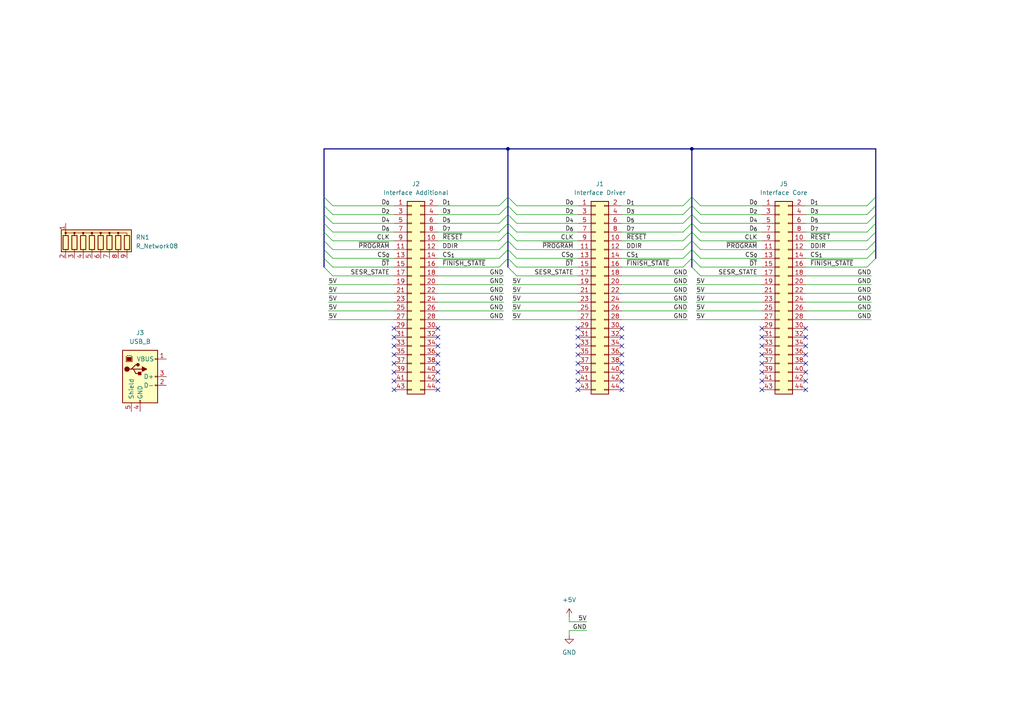
<source format=kicad_sch>
(kicad_sch (version 20250114) (generator "eeschema") (generator_version "9.0")
  (paper "A4")
  (lib_symbols
    (symbol "Connector:USB_B" (pin_names (offset 1.016))
      (property "Reference" "J" (at -5.08 11.43 0))
      (property "Value" "USB_B" (at -5.08 8.89 0))
      (symbol "USB_B_0_1"
        (rectangle (start -5.08 -7.62) (end 5.08 7.62) (stroke (width 0.254)) (fill (type background)))
        (polyline (pts (xy -4.064 4.318) (xy -2.286 4.318) (xy -2.286 5.715) (xy -2.667 6.096) (xy -3.683 6.096) (xy -4.064 5.715) (xy -4.064 4.318)))
        (rectangle (start -3.81 5.588) (end -2.54 4.572) (fill (type outline)))
        (circle (center -3.81 2.159) (radius 0.635) (stroke (width 0.254)) (fill (type outline)))
        (polyline (pts (xy -3.175 2.159) (xy -2.54 2.159) (xy -1.27 3.429) (xy -0.635 3.429)) (stroke (width 0.254)))
        (polyline (pts (xy -2.54 2.159) (xy -1.905 2.159) (xy -1.27 0.889) (xy 0 0.889)) (stroke (width 0.254)))
        (polyline (pts (xy -1.905 2.159) (xy 0.635 2.159)) (stroke (width 0.254)))
        (circle (center -0.635 3.429) (radius 0.381) (stroke (width 0.254)) (fill (type outline)))
        (rectangle (start -0.127 -7.62) (end 0.127 -6.858))
        (rectangle (start 0.254 1.27) (end -0.508 0.508) (stroke (width 0.254)) (fill (type outline)))
        (polyline (pts (xy 0.635 2.794) (xy 0.635 1.524) (xy 1.905 2.159) (xy 0.635 2.794)) (stroke (width 0.254)) (fill (type outline)))
        (rectangle (start 5.08 4.953) (end 4.318 5.207))
        (rectangle (start 5.08 -0.127) (end 4.318 0.127))
        (rectangle (start 5.08 -2.667) (end 4.318 -2.413))
      )
      (symbol "USB_B_1_1"
        (pin passive line (at -2.54 -10.16 90) (length 2.54) (name "Shield") (number "5"))
        (pin power_out line (at 0 -10.16 90) (length 2.54) (name "GND") (number "4"))
        (pin power_out line (at 7.62 5.08 180) (length 2.54) (name "VBUS") (number "1"))
        (pin bidirectional line (at 7.62 0 180) (length 2.54) (name "D+") (number "3"))
        (pin bidirectional line (at 7.62 -2.54 180) (length 2.54) (name "D-") (number "2"))
      )
    )
    (symbol "Connector_Generic:Conn_02x22_Odd_Even" (pin_names (offset 1.016) (hide yes))
      (property "Reference" "J" (at 1.27 27.94 0))
      (property "Value" "Conn_02x22_Odd_Even" (at 1.27 -30.48 0))
      (symbol "Conn_02x22_Odd_Even_1_1"
        (rectangle (start -1.27 26.67) (end 3.81 -29.21) (stroke (width 0.254)) (fill (type background)))
        (rectangle (start -1.27 25.527) (end 0 25.273) (stroke (width 0.1524)))
        (rectangle (start -1.27 22.987) (end 0 22.733) (stroke (width 0.1524)))
        (rectangle (start -1.27 20.447) (end 0 20.193) (stroke (width 0.1524)))
        (rectangle (start -1.27 17.907) (end 0 17.653) (stroke (width 0.1524)))
        (rectangle (start -1.27 15.367) (end 0 15.113) (stroke (width 0.1524)))
        (rectangle (start -1.27 12.827) (end 0 12.573) (stroke (width 0.1524)))
        (rectangle (start -1.27 10.287) (end 0 10.033) (stroke (width 0.1524)))
        (rectangle (start -1.27 7.747) (end 0 7.493) (stroke (width 0.1524)))
        (rectangle (start -1.27 5.207) (end 0 4.953) (stroke (width 0.1524)))
        (rectangle (start -1.27 2.667) (end 0 2.413) (stroke (width 0.1524)))
        (rectangle (start -1.27 0.127) (end 0 -0.127) (stroke (width 0.1524)))
        (rectangle (start -1.27 -2.413) (end 0 -2.667) (stroke (width 0.1524)))
        (rectangle (start -1.27 -4.953) (end 0 -5.207) (stroke (width 0.1524)))
        (rectangle (start -1.27 -7.493) (end 0 -7.747) (stroke (width 0.1524)))
        (rectangle (start -1.27 -10.033) (end 0 -10.287) (stroke (width 0.1524)))
        (rectangle (start -1.27 -12.573) (end 0 -12.827) (stroke (width 0.1524)))
        (rectangle (start -1.27 -15.113) (end 0 -15.367) (stroke (width 0.1524)))
        (rectangle (start -1.27 -17.653) (end 0 -17.907) (stroke (width 0.1524)))
        (rectangle (start -1.27 -20.193) (end 0 -20.447) (stroke (width 0.1524)))
        (rectangle (start -1.27 -22.733) (end 0 -22.987) (stroke (width 0.1524)))
        (rectangle (start -1.27 -25.273) (end 0 -25.527) (stroke (width 0.1524)))
        (rectangle (start -1.27 -27.813) (end 0 -28.067) (stroke (width 0.1524)))
        (rectangle (start 3.81 25.527) (end 2.54 25.273) (stroke (width 0.1524)))
        (rectangle (start 3.81 22.987) (end 2.54 22.733) (stroke (width 0.1524)))
        (rectangle (start 3.81 20.447) (end 2.54 20.193) (stroke (width 0.1524)))
        (rectangle (start 3.81 17.907) (end 2.54 17.653) (stroke (width 0.1524)))
        (rectangle (start 3.81 15.367) (end 2.54 15.113) (stroke (width 0.1524)))
        (rectangle (start 3.81 12.827) (end 2.54 12.573) (stroke (width 0.1524)))
        (rectangle (start 3.81 10.287) (end 2.54 10.033) (stroke (width 0.1524)))
        (rectangle (start 3.81 7.747) (end 2.54 7.493) (stroke (width 0.1524)))
        (rectangle (start 3.81 5.207) (end 2.54 4.953) (stroke (width 0.1524)))
        (rectangle (start 3.81 2.667) (end 2.54 2.413) (stroke (width 0.1524)))
        (rectangle (start 3.81 0.127) (end 2.54 -0.127) (stroke (width 0.1524)))
        (rectangle (start 3.81 -2.413) (end 2.54 -2.667) (stroke (width 0.1524)))
        (rectangle (start 3.81 -4.953) (end 2.54 -5.207) (stroke (width 0.1524)))
        (rectangle (start 3.81 -7.493) (end 2.54 -7.747) (stroke (width 0.1524)))
        (rectangle (start 3.81 -10.033) (end 2.54 -10.287) (stroke (width 0.1524)))
        (rectangle (start 3.81 -12.573) (end 2.54 -12.827) (stroke (width 0.1524)))
        (rectangle (start 3.81 -15.113) (end 2.54 -15.367) (stroke (width 0.1524)))
        (rectangle (start 3.81 -17.653) (end 2.54 -17.907) (stroke (width 0.1524)))
        (rectangle (start 3.81 -20.193) (end 2.54 -20.447) (stroke (width 0.1524)))
        (rectangle (start 3.81 -22.733) (end 2.54 -22.987) (stroke (width 0.1524)))
        (rectangle (start 3.81 -25.273) (end 2.54 -25.527) (stroke (width 0.1524)))
        (rectangle (start 3.81 -27.813) (end 2.54 -28.067) (stroke (width 0.1524)))
        (pin passive line (at -5.08 25.4 0) (length 3.81) (name "Pin_1") (number "1"))
        (pin passive line (at -5.08 22.86 0) (length 3.81) (name "Pin_3") (number "3"))
        (pin passive line (at -5.08 20.32 0) (length 3.81) (name "Pin_5") (number "5"))
        (pin passive line (at -5.08 17.78 0) (length 3.81) (name "Pin_7") (number "7"))
        (pin passive line (at -5.08 15.24 0) (length 3.81) (name "Pin_9") (number "9"))
        (pin passive line (at -5.08 12.7 0) (length 3.81) (name "Pin_11") (number "11"))
        (pin passive line (at -5.08 10.16 0) (length 3.81) (name "Pin_13") (number "13"))
        (pin passive line (at -5.08 7.62 0) (length 3.81) (name "Pin_15") (number "15"))
        (pin passive line (at -5.08 5.08 0) (length 3.81) (name "Pin_17") (number "17"))
        (pin passive line (at -5.08 2.54 0) (length 3.81) (name "Pin_19") (number "19"))
        (pin passive line (at -5.08 0 0) (length 3.81) (name "Pin_21") (number "21"))
        (pin passive line (at -5.08 -2.54 0) (length 3.81) (name "Pin_23") (number "23"))
        (pin passive line (at -5.08 -5.08 0) (length 3.81) (name "Pin_25") (number "25"))
        (pin passive line (at -5.08 -7.62 0) (length 3.81) (name "Pin_27") (number "27"))
        (pin passive line (at -5.08 -10.16 0) (length 3.81) (name "Pin_29") (number "29"))
        (pin passive line (at -5.08 -12.7 0) (length 3.81) (name "Pin_31") (number "31"))
        (pin passive line (at -5.08 -15.24 0) (length 3.81) (name "Pin_33") (number "33"))
        (pin passive line (at -5.08 -17.78 0) (length 3.81) (name "Pin_35") (number "35"))
        (pin passive line (at -5.08 -20.32 0) (length 3.81) (name "Pin_37") (number "37"))
        (pin passive line (at -5.08 -22.86 0) (length 3.81) (name "Pin_39") (number "39"))
        (pin passive line (at -5.08 -25.4 0) (length 3.81) (name "Pin_41") (number "41"))
        (pin passive line (at -5.08 -27.94 0) (length 3.81) (name "Pin_43") (number "43"))
        (pin passive line (at 7.62 25.4 180) (length 3.81) (name "Pin_2") (number "2"))
        (pin passive line (at 7.62 22.86 180) (length 3.81) (name "Pin_4") (number "4"))
        (pin passive line (at 7.62 20.32 180) (length 3.81) (name "Pin_6") (number "6"))
        (pin passive line (at 7.62 17.78 180) (length 3.81) (name "Pin_8") (number "8"))
        (pin passive line (at 7.62 15.24 180) (length 3.81) (name "Pin_10") (number "10"))
        (pin passive line (at 7.62 12.7 180) (length 3.81) (name "Pin_12") (number "12"))
        (pin passive line (at 7.62 10.16 180) (length 3.81) (name "Pin_14") (number "14"))
        (pin passive line (at 7.62 7.62 180) (length 3.81) (name "Pin_16") (number "16"))
        (pin passive line (at 7.62 5.08 180) (length 3.81) (name "Pin_18") (number "18"))
        (pin passive line (at 7.62 2.54 180) (length 3.81) (name "Pin_20") (number "20"))
        (pin passive line (at 7.62 0 180) (length 3.81) (name "Pin_22") (number "22"))
        (pin passive line (at 7.62 -2.54 180) (length 3.81) (name "Pin_24") (number "24"))
        (pin passive line (at 7.62 -5.08 180) (length 3.81) (name "Pin_26") (number "26"))
        (pin passive line (at 7.62 -7.62 180) (length 3.81) (name "Pin_28") (number "28"))
        (pin passive line (at 7.62 -10.16 180) (length 3.81) (name "Pin_30") (number "30"))
        (pin passive line (at 7.62 -12.7 180) (length 3.81) (name "Pin_32") (number "32"))
        (pin passive line (at 7.62 -15.24 180) (length 3.81) (name "Pin_34") (number "34"))
        (pin passive line (at 7.62 -17.78 180) (length 3.81) (name "Pin_36") (number "36"))
        (pin passive line (at 7.62 -20.32 180) (length 3.81) (name "Pin_38") (number "38"))
        (pin passive line (at 7.62 -22.86 180) (length 3.81) (name "Pin_40") (number "40"))
        (pin passive line (at 7.62 -25.4 180) (length 3.81) (name "Pin_42") (number "42"))
        (pin passive line (at 7.62 -27.94 180) (length 3.81) (name "Pin_44") (number "44"))
      )
    )
    (symbol "Device:R_Network08" (pin_names (offset 0) (hide yes))
      (property "Reference" "RN" (at -12.7 0 90))
      (property "Value" "R_Network08" (at 10.16 0 90))
      (symbol "R_Network08_0_1"
        (rectangle (start -11.43 -3.175) (end 8.89 3.175) (stroke (width 0.254)) (fill (type background)))
        (rectangle (start -10.922 1.524) (end -9.398 -2.54) (stroke (width 0.254)))
        (circle (center -10.16 2.286) (radius 0.254) (fill (type outline)))
        (polyline (pts (xy -10.16 1.524) (xy -10.16 2.286) (xy -7.62 2.286) (xy -7.62 1.524)))
        (polyline (pts (xy -10.16 -2.54) (xy -10.16 -3.81)))
        (rectangle (start -8.382 1.524) (end -6.858 -2.54) (stroke (width 0.254)))
        (circle (center -7.62 2.286) (radius 0.254) (fill (type outline)))
        (polyline (pts (xy -7.62 1.524) (xy -7.62 2.286) (xy -5.08 2.286) (xy -5.08 1.524)))
        (polyline (pts (xy -7.62 -2.54) (xy -7.62 -3.81)))
        (rectangle (start -5.842 1.524) (end -4.318 -2.54) (stroke (width 0.254)))
        (circle (center -5.08 2.286) (radius 0.254) (fill (type outline)))
        (polyline (pts (xy -5.08 1.524) (xy -5.08 2.286) (xy -2.54 2.286) (xy -2.54 1.524)))
        (polyline (pts (xy -5.08 -2.54) (xy -5.08 -3.81)))
        (rectangle (start -3.302 1.524) (end -1.778 -2.54) (stroke (width 0.254)))
        (circle (center -2.54 2.286) (radius 0.254) (fill (type outline)))
        (polyline (pts (xy -2.54 1.524) (xy -2.54 2.286) (xy 0 2.286) (xy 0 1.524)))
        (polyline (pts (xy -2.54 -2.54) (xy -2.54 -3.81)))
        (rectangle (start -0.762 1.524) (end 0.762 -2.54) (stroke (width 0.254)))
        (circle (center 0 2.286) (radius 0.254) (fill (type outline)))
        (polyline (pts (xy 0 1.524) (xy 0 2.286) (xy 2.54 2.286) (xy 2.54 1.524)))
        (polyline (pts (xy 0 -2.54) (xy 0 -3.81)))
        (rectangle (start 1.778 1.524) (end 3.302 -2.54) (stroke (width 0.254)))
        (circle (center 2.54 2.286) (radius 0.254) (fill (type outline)))
        (polyline (pts (xy 2.54 1.524) (xy 2.54 2.286) (xy 5.08 2.286) (xy 5.08 1.524)))
        (polyline (pts (xy 2.54 -2.54) (xy 2.54 -3.81)))
        (rectangle (start 4.318 1.524) (end 5.842 -2.54) (stroke (width 0.254)))
        (circle (center 5.08 2.286) (radius 0.254) (fill (type outline)))
        (polyline (pts (xy 5.08 1.524) (xy 5.08 2.286) (xy 7.62 2.286) (xy 7.62 1.524)))
        (polyline (pts (xy 5.08 -2.54) (xy 5.08 -3.81)))
        (rectangle (start 6.858 1.524) (end 8.382 -2.54) (stroke (width 0.254)))
        (polyline (pts (xy 7.62 -2.54) (xy 7.62 -3.81)))
      )
      (symbol "R_Network08_1_1"
        (pin passive line (at -10.16 5.08 270) (length 2.54) (name "common") (number "1"))
        (pin passive line (at -10.16 -5.08 90) (length 1.27) (name "R1") (number "2"))
        (pin passive line (at -7.62 -5.08 90) (length 1.27) (name "R2") (number "3"))
        (pin passive line (at -5.08 -5.08 90) (length 1.27) (name "R3") (number "4"))
        (pin passive line (at -2.54 -5.08 90) (length 1.27) (name "R4") (number "5"))
        (pin passive line (at 0 -5.08 90) (length 1.27) (name "R5") (number "6"))
        (pin passive line (at 2.54 -5.08 90) (length 1.27) (name "R6") (number "7"))
        (pin passive line (at 5.08 -5.08 90) (length 1.27) (name "R7") (number "8"))
        (pin passive line (at 7.62 -5.08 90) (length 1.27) (name "R8") (number "9"))
      )
    )
    (symbol "power:+5V" (power) (pin_numbers (hide yes)) (pin_names (offset 0) (hide yes))
      (property "Value" "+5V" (at 0 3.556 0))
      (symbol "+5V_0_1"
        (polyline (pts (xy -0.762 1.27) (xy 0 2.54)))
        (polyline (pts (xy 0 2.54) (xy 0.762 1.27)))
        (polyline (pts (xy 0 0) (xy 0 2.54)))
      )
      (symbol "+5V_1_1"
        (pin power_in line (at 0 0 90) (length 0) (name "~") (number "1"))
      )
    )
    (symbol "power:GND" (power) (pin_numbers (hide yes)) (pin_names (offset 0) (hide yes))
      (property "Value" "GND" (at 0 -3.81 0))
      (symbol "GND_0_1"
        (polyline (pts (xy 0 0) (xy 0 -1.27) (xy 1.27 -1.27) (xy 0 -2.54) (xy -1.27 -1.27) (xy 0 -1.27)))
      )
      (symbol "GND_1_1"
        (pin power_in line (at 0 0 270) (length 0) (name "~") (number "1"))
      )
    )
  )
  (junction (at 200.66 43.18))
  (junction (at 147.32 43.18))
  (no_connect (at 167.64 113.03))
  (no_connect (at 167.64 100.33))
  (no_connect (at 220.98 105.41))
  (no_connect (at 180.34 105.41))
  (no_connect (at 233.68 95.25))
  (no_connect (at 180.34 100.33))
  (no_connect (at 220.98 107.95))
  (no_connect (at 220.98 97.79))
  (no_connect (at 233.68 110.49))
  (no_connect (at 127 113.03))
  (no_connect (at 233.68 100.33))
  (no_connect (at 167.64 102.87))
  (no_connect (at 180.34 107.95))
  (no_connect (at 233.68 97.79))
  (no_connect (at 233.68 105.41))
  (no_connect (at 127 100.33))
  (no_connect (at 220.98 110.49))
  (no_connect (at 114.3 100.33))
  (no_connect (at 114.3 97.79))
  (no_connect (at 180.34 95.25))
  (no_connect (at 233.68 102.87))
  (no_connect (at 167.64 107.95))
  (no_connect (at 114.3 107.95))
  (no_connect (at 127 97.79))
  (no_connect (at 114.3 102.87))
  (no_connect (at 114.3 113.03))
  (no_connect (at 180.34 102.87))
  (no_connect (at 114.3 105.41))
  (no_connect (at 180.34 113.03))
  (no_connect (at 127 102.87))
  (no_connect (at 127 110.49))
  (no_connect (at 220.98 113.03))
  (no_connect (at 220.98 102.87))
  (no_connect (at 233.68 113.03))
  (no_connect (at 220.98 100.33))
  (no_connect (at 180.34 97.79))
  (no_connect (at 167.64 95.25))
  (no_connect (at 233.68 107.95))
  (no_connect (at 167.64 97.79))
  (no_connect (at 167.64 105.41))
  (no_connect (at 114.3 95.25))
  (no_connect (at 127 107.95))
  (no_connect (at 127 95.25))
  (no_connect (at 220.98 95.25))
  (no_connect (at 114.3 110.49))
  (no_connect (at 167.64 110.49))
  (no_connect (at 127 105.41))
  (no_connect (at 180.34 110.49))
  (bus_entry (at 254 62.23) (size -2.54 2.54))
  (bus_entry (at 200.66 72.39) (size -2.54 2.54))
  (bus_entry (at 147.32 64.77) (size 2.54 2.54))
  (bus_entry (at 93.98 62.23) (size 2.54 2.54))
  (bus_entry (at 93.98 69.85) (size 2.54 2.54))
  (bus_entry (at 254 72.39) (size -2.54 2.54))
  (bus_entry (at 254 69.85) (size -2.54 2.54))
  (bus_entry (at 200.66 67.31) (size 2.54 2.54))
  (bus_entry (at 147.32 67.31) (size -2.54 2.54))
  (bus_entry (at 93.98 57.15) (size 2.54 2.54))
  (bus_entry (at 200.66 69.85) (size -2.54 2.54))
  (bus_entry (at 200.66 62.23) (size -2.54 2.54))
  (bus_entry (at 147.32 72.39) (size 2.54 2.54))
  (bus_entry (at 147.32 59.69) (size -2.54 2.54))
  (bus_entry (at 200.66 74.93) (size 2.54 2.54))
  (bus_entry (at 200.66 59.69) (size -2.54 2.54))
  (bus_entry (at 200.66 77.47) (size 2.54 2.54))
  (bus_entry (at 93.98 74.93) (size 2.54 2.54))
  (bus_entry (at 93.98 64.77) (size 2.54 2.54))
  (bus_entry (at 93.98 72.39) (size 2.54 2.54))
  (bus_entry (at 93.98 59.69) (size 2.54 2.54))
  (bus_entry (at 147.32 74.93) (size 2.54 2.54))
  (bus_entry (at 147.32 64.77) (size -2.54 2.54))
  (bus_entry (at 200.66 64.77) (size 2.54 2.54))
  (bus_entry (at 200.66 57.15) (size -2.54 2.54))
  (bus_entry (at 254 67.31) (size -2.54 2.54))
  (bus_entry (at 93.98 67.31) (size 2.54 2.54))
  (bus_entry (at 93.98 77.47) (size 2.54 2.54))
  (bus_entry (at 147.32 62.23) (size 2.54 2.54))
  (bus_entry (at 147.32 62.23) (size -2.54 2.54))
  (bus_entry (at 147.32 57.15) (size -2.54 2.54))
  (bus_entry (at 147.32 57.15) (size 2.54 2.54))
  (bus_entry (at 200.66 69.85) (size 2.54 2.54))
  (bus_entry (at 200.66 62.23) (size 2.54 2.54))
  (bus_entry (at 254 57.15) (size -2.54 2.54))
  (bus_entry (at 200.66 74.93) (size -2.54 2.54))
  (bus_entry (at 200.66 57.15) (size 2.54 2.54))
  (bus_entry (at 200.66 64.77) (size -2.54 2.54))
  (bus_entry (at 147.32 59.69) (size 2.54 2.54))
  (bus_entry (at 147.32 69.85) (size -2.54 2.54))
  (bus_entry (at 147.32 67.31) (size 2.54 2.54))
  (bus_entry (at 254 64.77) (size -2.54 2.54))
  (bus_entry (at 254 74.93) (size -2.54 2.54))
  (bus_entry (at 147.32 69.85) (size 2.54 2.54))
  (bus_entry (at 200.66 72.39) (size 2.54 2.54))
  (bus_entry (at 200.66 59.69) (size 2.54 2.54))
  (bus_entry (at 254 59.69) (size -2.54 2.54))
  (bus_entry (at 147.32 77.47) (size 2.54 2.54))
  (bus_entry (at 147.32 74.93) (size -2.54 2.54))
  (bus_entry (at 147.32 72.39) (size -2.54 2.54))
  (bus_entry (at 200.66 67.31) (size -2.54 2.54))
  (wire (pts (xy 144.78 62.23) (xy 127 62.23)))
  (wire (pts (xy 199.39 85.09) (xy 180.34 85.09)))
  (wire (pts (xy 95.25 82.55) (xy 114.3 82.55)))
  (wire (pts (xy 251.46 59.69) (xy 233.68 59.69)))
  (wire (pts (xy 252.73 85.09) (xy 233.68 85.09)))
  (bus (pts (xy 93.98 57.15) (xy 93.98 59.69)))
  (wire (pts (xy 203.2 77.47) (xy 220.98 77.47)))
  (bus (pts (xy 147.32 72.39) (xy 147.32 74.93)))
  (bus (pts (xy 200.66 69.85) (xy 200.66 72.39)))
  (wire (pts (xy 233.68 74.93) (xy 251.46 74.93)))
  (wire (pts (xy 96.52 64.77) (xy 114.3 64.77)))
  (wire (pts (xy 96.52 62.23) (xy 114.3 62.23)))
  (bus (pts (xy 93.98 67.31) (xy 93.98 69.85)))
  (wire (pts (xy 201.93 85.09) (xy 220.98 85.09)))
  (bus (pts (xy 200.66 43.18) (xy 147.32 43.18)))
  (wire (pts (xy 203.2 69.85) (xy 220.98 69.85)))
  (wire (pts (xy 198.12 62.23) (xy 180.34 62.23)))
  (bus (pts (xy 93.98 72.39) (xy 93.98 74.93)))
  (wire (pts (xy 251.46 64.77) (xy 233.68 64.77)))
  (bus (pts (xy 200.66 67.31) (xy 200.66 69.85)))
  (bus (pts (xy 200.66 64.77) (xy 200.66 67.31)))
  (wire (pts (xy 198.12 64.77) (xy 180.34 64.77)))
  (bus (pts (xy 147.32 43.18) (xy 147.32 57.15)))
  (wire (pts (xy 198.12 59.69) (xy 180.34 59.69)))
  (bus (pts (xy 200.66 57.15) (xy 200.66 59.69)))
  (bus (pts (xy 147.32 64.77) (xy 147.32 67.31)))
  (wire (pts (xy 251.46 62.23) (xy 233.68 62.23)))
  (bus (pts (xy 254 57.15) (xy 254 43.18)))
  (wire (pts (xy 146.05 92.71) (xy 127 92.71)))
  (bus (pts (xy 147.32 43.18) (xy 93.98 43.18)))
  (wire (pts (xy 252.73 90.17) (xy 233.68 90.17)))
  (bus (pts (xy 147.32 69.85) (xy 147.32 72.39)))
  (wire (pts (xy 148.59 85.09) (xy 167.64 85.09)))
  (bus (pts (xy 254 64.77) (xy 254 62.23)))
  (bus (pts (xy 200.66 59.69) (xy 200.66 62.23)))
  (wire (pts (xy 252.73 82.55) (xy 233.68 82.55)))
  (wire (pts (xy 144.78 77.47) (xy 127 77.47)))
  (wire (pts (xy 251.46 69.85) (xy 233.68 69.85)))
  (bus (pts (xy 147.32 74.93) (xy 147.32 77.47)))
  (wire (pts (xy 149.86 69.85) (xy 167.64 69.85)))
  (wire (pts (xy 165.1 182.88) (xy 165.1 184.15)))
  (wire (pts (xy 96.52 59.69) (xy 114.3 59.69)))
  (wire (pts (xy 252.73 80.01) (xy 233.68 80.01)))
  (bus (pts (xy 147.32 57.15) (xy 147.32 59.69)))
  (wire (pts (xy 149.86 64.77) (xy 167.64 64.77)))
  (wire (pts (xy 203.2 67.31) (xy 220.98 67.31)))
  (wire (pts (xy 198.12 67.31) (xy 180.34 67.31)))
  (wire (pts (xy 199.39 90.17) (xy 180.34 90.17)))
  (wire (pts (xy 251.46 77.47) (xy 233.68 77.47)))
  (bus (pts (xy 254 43.18) (xy 200.66 43.18)))
  (bus (pts (xy 93.98 74.93) (xy 93.98 77.47)))
  (wire (pts (xy 114.3 74.93) (xy 96.52 74.93)))
  (wire (pts (xy 95.25 85.09) (xy 114.3 85.09)))
  (wire (pts (xy 95.25 92.71) (xy 114.3 92.71)))
  (wire (pts (xy 149.86 59.69) (xy 167.64 59.69)))
  (wire (pts (xy 144.78 69.85) (xy 127 69.85)))
  (bus (pts (xy 147.32 59.69) (xy 147.32 62.23)))
  (wire (pts (xy 146.05 85.09) (xy 127 85.09)))
  (bus (pts (xy 93.98 59.69) (xy 93.98 62.23)))
  (wire (pts (xy 149.86 67.31) (xy 167.64 67.31)))
  (wire (pts (xy 127 72.39) (xy 144.78 72.39)))
  (wire (pts (xy 203.2 59.69) (xy 220.98 59.69)))
  (wire (pts (xy 203.2 80.01) (xy 220.98 80.01)))
  (wire (pts (xy 165.1 179.07) (xy 165.1 180.34)))
  (wire (pts (xy 146.05 80.01) (xy 127 80.01)))
  (bus (pts (xy 147.32 67.31) (xy 147.32 69.85)))
  (wire (pts (xy 203.2 62.23) (xy 220.98 62.23)))
  (wire (pts (xy 96.52 77.47) (xy 114.3 77.47)))
  (wire (pts (xy 251.46 67.31) (xy 233.68 67.31)))
  (wire (pts (xy 96.52 69.85) (xy 114.3 69.85)))
  (wire (pts (xy 201.93 87.63) (xy 220.98 87.63)))
  (wire (pts (xy 165.1 180.34) (xy 170.18 180.34)))
  (bus (pts (xy 254 62.23) (xy 254 59.69)))
  (wire (pts (xy 96.52 67.31) (xy 114.3 67.31)))
  (wire (pts (xy 203.2 72.39) (xy 220.98 72.39)))
  (wire (pts (xy 199.39 80.01) (xy 180.34 80.01)))
  (bus (pts (xy 147.32 62.23) (xy 147.32 64.77)))
  (wire (pts (xy 165.1 182.88) (xy 170.18 182.88)))
  (wire (pts (xy 167.64 74.93) (xy 149.86 74.93)))
  (wire (pts (xy 252.73 92.71) (xy 233.68 92.71)))
  (wire (pts (xy 149.86 72.39) (xy 167.64 72.39)))
  (wire (pts (xy 146.05 87.63) (xy 127 87.63)))
  (bus (pts (xy 254 67.31) (xy 254 64.77)))
  (bus (pts (xy 254 69.85) (xy 254 67.31)))
  (bus (pts (xy 254 74.93) (xy 254 72.39)))
  (wire (pts (xy 201.93 92.71) (xy 220.98 92.71)))
  (wire (pts (xy 198.12 69.85) (xy 180.34 69.85)))
  (bus (pts (xy 93.98 62.23) (xy 93.98 64.77)))
  (wire (pts (xy 233.68 72.39) (xy 251.46 72.39)))
  (wire (pts (xy 149.86 62.23) (xy 167.64 62.23)))
  (wire (pts (xy 96.52 80.01) (xy 114.3 80.01)))
  (wire (pts (xy 149.86 77.47) (xy 167.64 77.47)))
  (wire (pts (xy 148.59 92.71) (xy 167.64 92.71)))
  (wire (pts (xy 148.59 90.17) (xy 167.64 90.17)))
  (wire (pts (xy 201.93 90.17) (xy 220.98 90.17)))
  (bus (pts (xy 200.66 74.93) (xy 200.66 72.39)))
  (wire (pts (xy 149.86 80.01) (xy 167.64 80.01)))
  (bus (pts (xy 200.66 43.18) (xy 200.66 57.15)))
  (wire (pts (xy 144.78 59.69) (xy 127 59.69)))
  (wire (pts (xy 220.98 74.93) (xy 203.2 74.93)))
  (wire (pts (xy 199.39 82.55) (xy 180.34 82.55)))
  (wire (pts (xy 144.78 64.77) (xy 127 64.77)))
  (wire (pts (xy 203.2 64.77) (xy 220.98 64.77)))
  (bus (pts (xy 254 59.69) (xy 254 57.15)))
  (bus (pts (xy 200.66 62.23) (xy 200.66 64.77)))
  (bus (pts (xy 93.98 43.18) (xy 93.98 57.15)))
  (wire (pts (xy 198.12 77.47) (xy 180.34 77.47)))
  (bus (pts (xy 93.98 69.85) (xy 93.98 72.39)))
  (wire (pts (xy 199.39 92.71) (xy 180.34 92.71)))
  (wire (pts (xy 96.52 72.39) (xy 114.3 72.39)))
  (wire (pts (xy 95.25 87.63) (xy 114.3 87.63)))
  (wire (pts (xy 146.05 90.17) (xy 127 90.17)))
  (wire (pts (xy 199.39 87.63) (xy 180.34 87.63)))
  (wire (pts (xy 144.78 67.31) (xy 127 67.31)))
  (wire (pts (xy 127 74.93) (xy 144.78 74.93)))
  (bus (pts (xy 200.66 74.93) (xy 200.66 77.47)))
  (wire (pts (xy 95.25 90.17) (xy 114.3 90.17)))
  (wire (pts (xy 252.73 87.63) (xy 233.68 87.63)))
  (wire (pts (xy 180.34 72.39) (xy 198.12 72.39)))
  (bus (pts (xy 93.98 64.77) (xy 93.98 67.31)))
  (wire (pts (xy 180.34 74.93) (xy 198.12 74.93)))
  (wire (pts (xy 148.59 82.55) (xy 167.64 82.55)))
  (wire (pts (xy 146.05 82.55) (xy 127 82.55)))
  (bus (pts (xy 254 72.39) (xy 254 69.85)))
  (wire (pts (xy 148.59 87.63) (xy 167.64 87.63)))
  (wire (pts (xy 201.93 82.55) (xy 220.98 82.55)))
  (label "D_{2}" (at 219.71 62.23 180))
  (label "CS_{1}" (at 234.95 74.93 0))
  (label "D_{2}" (at 113.03 62.23 180))
  (label "GND" (at 146.05 82.55 180))
  (label "D_{5}" (at 128.27 64.77 0))
  (label "~{DT}" (at 219.71 77.47 180))
  (label "5V" (at 95.25 85.09 0))
  (label "GND" (at 170.18 182.88 180))
  (label "SESR_STATE" (at 219.71 80.01 180))
  (label "5V" (at 201.93 92.71 0))
  (label "D_{0}" (at 219.71 59.69 180))
  (label "CS_{0}" (at 166.37 74.93 180))
  (label "D_{6}" (at 113.03 67.31 180))
  (label "~{RESET}" (at 181.61 69.85 0))
  (label "GND" (at 146.05 80.01 180))
  (label "5V" (at 201.93 90.17 0))
  (label "CLK" (at 219.71 69.85 180))
  (label "5V" (at 95.25 92.71 0))
  (label "GND" (at 252.73 87.63 180))
  (label "GND" (at 199.39 87.63 180))
  (label "D_{3}" (at 234.95 62.23 0))
  (label "CLK" (at 166.37 69.85 180))
  (label "GND" (at 252.73 92.71 180))
  (label "~{FINISH_STATE}" (at 234.95 77.47 0))
  (label "D_{6}" (at 219.71 67.31 180))
  (label "GND" (at 252.73 82.55 180))
  (label "D_{0}" (at 113.03 59.69 180))
  (label "DDIR" (at 234.95 72.39 0))
  (label "5V" (at 201.93 85.09 0))
  (label "GND" (at 199.39 85.09 180))
  (label "CS_{0}" (at 113.03 74.93 180))
  (label "D_{3}" (at 128.27 62.23 0))
  (label "GND" (at 252.73 90.17 180))
  (label "D_{7}" (at 128.27 67.31 0))
  (label "~{DT}" (at 166.37 77.47 180))
  (label "~{DT}" (at 113.03 77.47 180))
  (label "5V" (at 148.59 82.55 0))
  (label "5V" (at 95.25 82.55 0))
  (label "~{PROGRAM}" (at 113.03 72.39 180))
  (label "5V" (at 201.93 82.55 0))
  (label "GND" (at 146.05 90.17 180))
  (label "CS_{1}" (at 128.27 74.93 0))
  (label "5V" (at 148.59 92.71 0))
  (label "SESR_STATE" (at 113.03 80.01 180))
  (label "D_{1}" (at 181.61 59.69 0))
  (label "GND" (at 252.73 85.09 180))
  (label "5V" (at 170.18 180.34 180))
  (label "~{FINISH_STATE}" (at 181.61 77.47 0))
  (label "CLK" (at 113.03 69.85 180))
  (label "GND" (at 199.39 92.71 180))
  (label "GND" (at 146.05 87.63 180))
  (label "D_{5}" (at 181.61 64.77 0))
  (label "GND" (at 146.05 85.09 180))
  (label "~{PROGRAM}" (at 219.71 72.39 180))
  (label "CS_{0}" (at 219.71 74.93 180))
  (label "D_{1}" (at 128.27 59.69 0))
  (label "D_{7}" (at 181.61 67.31 0))
  (label "D_{4}" (at 113.03 64.77 180))
  (label "GND" (at 252.73 80.01 180))
  (label "D_{1}" (at 234.95 59.69 0))
  (label "GND" (at 199.39 90.17 180))
  (label "5V" (at 148.59 90.17 0))
  (label "~{FINISH_STATE}" (at 128.27 77.47 0))
  (label "GND" (at 146.05 92.71 180))
  (label "5V" (at 95.25 87.63 0))
  (label "D_{0}" (at 166.37 59.69 180))
  (label "DDIR" (at 181.61 72.39 0))
  (label "GND" (at 199.39 80.01 180))
  (label "D_{4}" (at 166.37 64.77 180))
  (label "DDIR" (at 128.27 72.39 0))
  (label "GND" (at 199.39 82.55 180))
  (label "D_{4}" (at 219.71 64.77 180))
  (label "SESR_STATE" (at 166.37 80.01 180))
  (label "~{RESET}" (at 128.27 69.85 0))
  (label "D_{3}" (at 181.61 62.23 0))
  (label "5V" (at 148.59 85.09 0))
  (label "D_{6}" (at 166.37 67.31 180))
  (label "CS_{1}" (at 181.61 74.93 0))
  (label "~{PROGRAM}" (at 166.37 72.39 180))
  (label "5V" (at 95.25 90.17 0))
  (label "5V" (at 148.59 87.63 0))
  (label "~{RESET}" (at 234.95 69.85 0))
  (label "D_{7}" (at 234.95 67.31 0))
  (label "5V" (at 201.93 87.63 0))
  (label "D_{2}" (at 166.37 62.23 180))
  (label "D_{5}" (at 234.95 64.77 0))
  (symbol (lib_id "Connector_Generic:Conn_02x22_Odd_Even") (at 172.72 85.09 0) (unit 1)
    (property "Reference" "J1" (at 173.99 53.34 0))
    (property "Value" "Interface Driver" (at 173.99 55.88 0))
    (property "Footprint" "Connector_Edge:Connector_IDC_Edge_2x22pin_odd" (effects (hide yes)))
    (property "Description" "Generic connector, double row, 02x22, odd/even pin numbering scheme (row 1 odd numbers, row 2 even numbers), script generated (kicad-library-utils/schlib/autogen/connector/)" (effects (hide yes)))
  )
  (symbol (lib_id "power:+5V") (at 165.1 179.07 0) (unit 1)
    (property "Reference" "#PWR059" (effects (hide yes)))
    (property "Value" "+5V" (at 165.1 173.99 0))
    (property "Description" "Power symbol creates a global label with name \"+5V\"" (effects (hide yes)))
  )
  (symbol (lib_id "Connector_Generic:Conn_02x22_Odd_Even") (at 226.06 85.09 0) (unit 1)
    (property "Reference" "J5" (at 227.33 53.34 0))
    (property "Value" "Interface Core" (at 227.33 55.88 0))
    (property "Footprint" "Connector_Edge:Connector_IDC_Edge_2x22pin_odd" (effects (hide yes)))
    (property "Description" "Generic connector, double row, 02x22, odd/even pin numbering scheme (row 1 odd numbers, row 2 even numbers), script generated (kicad-library-utils/schlib/autogen/connector/)" (effects (hide yes)))
  )
  (symbol (lib_id "Connector:USB_B") (at 40.64 109.22 0) (unit 1)
    (property "Reference" "J3" (at 40.64 96.52 0))
    (property "Value" "USB_B" (at 40.64 99.06 0))
    (property "Description" "USB Type B connector" (effects (hide yes)))
  )
  (symbol (lib_id "power:GND") (at 165.1 184.15 0) (unit 1)
    (property "Reference" "#PWR060" (effects (hide yes)))
    (property "Value" "GND" (at 165.1 189.23 0))
    (property "Description" "Power symbol creates a global label with name \"GND\" , ground" (effects (hide yes)))
  )
  (symbol (lib_id "Device:R_Network08") (at 29.21 69.85 0) (unit 1)
    (property "Reference" "RN1" (at 39.37 68.8339 0) (effects (justify left)))
    (property "Value" "R_Network08" (at 39.37 71.3739 0) (effects (justify left)))
    (property "Footprint" "Resistor_THT:R_Array_SIP9" (effects (hide yes)))
    (property "Datasheet" "http://www.vishay.com/docs/31509/csc.pdf" (effects (hide yes)))
    (property "Description" "8 resistor network, star topology, bussed resistors, small symbol" (effects (hide yes)))
  )
  (symbol (lib_id "Connector_Generic:Conn_02x22_Odd_Even") (at 119.38 85.09 0) (unit 1)
    (property "Reference" "J2" (at 120.65 53.34 0))
    (property "Value" "Interface Additional" (at 120.65 55.88 0))
    (property "Footprint" "Connector_IDC:IDC-Header_2x22_P2.54mm_Vertical" (effects (hide yes)))
    (property "Description" "Generic connector, double row, 02x22, odd/even pin numbering scheme (row 1 odd numbers, row 2 even numbers), script generated (kicad-library-utils/schlib/autogen/connector/)" (effects (hide yes)))
  )
)
</source>
